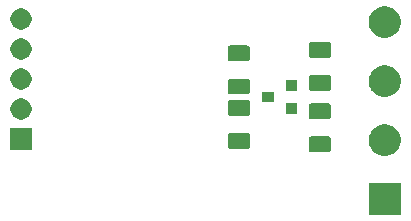
<source format=gbr>
G04 #@! TF.GenerationSoftware,KiCad,Pcbnew,(5.1.5)-3*
G04 #@! TF.CreationDate,2020-03-21T18:19:31+03:00*
G04 #@! TF.ProjectId,CAN+Power v0.1,43414e2b-506f-4776-9572-2076302e312e,rev?*
G04 #@! TF.SameCoordinates,Original*
G04 #@! TF.FileFunction,Soldermask,Bot*
G04 #@! TF.FilePolarity,Negative*
%FSLAX46Y46*%
G04 Gerber Fmt 4.6, Leading zero omitted, Abs format (unit mm)*
G04 Created by KiCad (PCBNEW (5.1.5)-3) date 2020-03-21 18:19:31*
%MOMM*%
%LPD*%
G04 APERTURE LIST*
%ADD10C,0.100000*%
G04 APERTURE END LIST*
D10*
G36*
X155551000Y-94451000D02*
G01*
X152849000Y-94451000D01*
X152849000Y-91749000D01*
X155551000Y-91749000D01*
X155551000Y-94451000D01*
G37*
G36*
X154594072Y-86800918D02*
G01*
X154839939Y-86902759D01*
X154951328Y-86977187D01*
X155061211Y-87050609D01*
X155249391Y-87238789D01*
X155397242Y-87460063D01*
X155499082Y-87705928D01*
X155551000Y-87966937D01*
X155551000Y-88233063D01*
X155499082Y-88494072D01*
X155397242Y-88739937D01*
X155278029Y-88918352D01*
X155249390Y-88961212D01*
X155061212Y-89149390D01*
X154839939Y-89297241D01*
X154839938Y-89297242D01*
X154839937Y-89297242D01*
X154594072Y-89399082D01*
X154333063Y-89451000D01*
X154066937Y-89451000D01*
X153805928Y-89399082D01*
X153560063Y-89297242D01*
X153560062Y-89297242D01*
X153560061Y-89297241D01*
X153338788Y-89149390D01*
X153150610Y-88961212D01*
X153121972Y-88918352D01*
X153002758Y-88739937D01*
X152900918Y-88494072D01*
X152849000Y-88233063D01*
X152849000Y-87966937D01*
X152900918Y-87705928D01*
X153002758Y-87460063D01*
X153150609Y-87238789D01*
X153338789Y-87050609D01*
X153448672Y-86977187D01*
X153560061Y-86902759D01*
X153805928Y-86800918D01*
X154066937Y-86749000D01*
X154333063Y-86749000D01*
X154594072Y-86800918D01*
G37*
G36*
X149468604Y-87788347D02*
G01*
X149505144Y-87799432D01*
X149538821Y-87817433D01*
X149568341Y-87841659D01*
X149592567Y-87871179D01*
X149610568Y-87904856D01*
X149621653Y-87941396D01*
X149626000Y-87985538D01*
X149626000Y-88934462D01*
X149621653Y-88978604D01*
X149610568Y-89015144D01*
X149592567Y-89048821D01*
X149568341Y-89078341D01*
X149538821Y-89102567D01*
X149505144Y-89120568D01*
X149468604Y-89131653D01*
X149424462Y-89136000D01*
X147975538Y-89136000D01*
X147931396Y-89131653D01*
X147894856Y-89120568D01*
X147861179Y-89102567D01*
X147831659Y-89078341D01*
X147807433Y-89048821D01*
X147789432Y-89015144D01*
X147778347Y-88978604D01*
X147774000Y-88934462D01*
X147774000Y-87985538D01*
X147778347Y-87941396D01*
X147789432Y-87904856D01*
X147807433Y-87871179D01*
X147831659Y-87841659D01*
X147861179Y-87817433D01*
X147894856Y-87799432D01*
X147931396Y-87788347D01*
X147975538Y-87784000D01*
X149424462Y-87784000D01*
X149468604Y-87788347D01*
G37*
G36*
X124301000Y-88901000D02*
G01*
X122499000Y-88901000D01*
X122499000Y-87099000D01*
X124301000Y-87099000D01*
X124301000Y-88901000D01*
G37*
G36*
X142618604Y-87488347D02*
G01*
X142655144Y-87499432D01*
X142688821Y-87517433D01*
X142718341Y-87541659D01*
X142742567Y-87571179D01*
X142760568Y-87604856D01*
X142771653Y-87641396D01*
X142776000Y-87685538D01*
X142776000Y-88634462D01*
X142771653Y-88678604D01*
X142760568Y-88715144D01*
X142742567Y-88748821D01*
X142718341Y-88778341D01*
X142688821Y-88802567D01*
X142655144Y-88820568D01*
X142618604Y-88831653D01*
X142574462Y-88836000D01*
X141125538Y-88836000D01*
X141081396Y-88831653D01*
X141044856Y-88820568D01*
X141011179Y-88802567D01*
X140981659Y-88778341D01*
X140957433Y-88748821D01*
X140939432Y-88715144D01*
X140928347Y-88678604D01*
X140924000Y-88634462D01*
X140924000Y-87685538D01*
X140928347Y-87641396D01*
X140939432Y-87604856D01*
X140957433Y-87571179D01*
X140981659Y-87541659D01*
X141011179Y-87517433D01*
X141044856Y-87499432D01*
X141081396Y-87488347D01*
X141125538Y-87484000D01*
X142574462Y-87484000D01*
X142618604Y-87488347D01*
G37*
G36*
X123513512Y-84563927D02*
G01*
X123662812Y-84593624D01*
X123826784Y-84661544D01*
X123974354Y-84760147D01*
X124099853Y-84885646D01*
X124198456Y-85033216D01*
X124266376Y-85197188D01*
X124301000Y-85371259D01*
X124301000Y-85548741D01*
X124266376Y-85722812D01*
X124198456Y-85886784D01*
X124099853Y-86034354D01*
X123974354Y-86159853D01*
X123826784Y-86258456D01*
X123662812Y-86326376D01*
X123513512Y-86356073D01*
X123488742Y-86361000D01*
X123311258Y-86361000D01*
X123286488Y-86356073D01*
X123137188Y-86326376D01*
X122973216Y-86258456D01*
X122825646Y-86159853D01*
X122700147Y-86034354D01*
X122601544Y-85886784D01*
X122533624Y-85722812D01*
X122499000Y-85548741D01*
X122499000Y-85371259D01*
X122533624Y-85197188D01*
X122601544Y-85033216D01*
X122700147Y-84885646D01*
X122825646Y-84760147D01*
X122973216Y-84661544D01*
X123137188Y-84593624D01*
X123286488Y-84563927D01*
X123311258Y-84559000D01*
X123488742Y-84559000D01*
X123513512Y-84563927D01*
G37*
G36*
X149468604Y-84988347D02*
G01*
X149505144Y-84999432D01*
X149538821Y-85017433D01*
X149568341Y-85041659D01*
X149592567Y-85071179D01*
X149610568Y-85104856D01*
X149621653Y-85141396D01*
X149626000Y-85185538D01*
X149626000Y-86134462D01*
X149621653Y-86178604D01*
X149610568Y-86215144D01*
X149592567Y-86248821D01*
X149568341Y-86278341D01*
X149538821Y-86302567D01*
X149505144Y-86320568D01*
X149468604Y-86331653D01*
X149424462Y-86336000D01*
X147975538Y-86336000D01*
X147931396Y-86331653D01*
X147894856Y-86320568D01*
X147861179Y-86302567D01*
X147831659Y-86278341D01*
X147807433Y-86248821D01*
X147789432Y-86215144D01*
X147778347Y-86178604D01*
X147774000Y-86134462D01*
X147774000Y-85185538D01*
X147778347Y-85141396D01*
X147789432Y-85104856D01*
X147807433Y-85071179D01*
X147831659Y-85041659D01*
X147861179Y-85017433D01*
X147894856Y-84999432D01*
X147931396Y-84988347D01*
X147975538Y-84984000D01*
X149424462Y-84984000D01*
X149468604Y-84988347D01*
G37*
G36*
X142618604Y-84688347D02*
G01*
X142655144Y-84699432D01*
X142688821Y-84717433D01*
X142718341Y-84741659D01*
X142742567Y-84771179D01*
X142760568Y-84804856D01*
X142771653Y-84841396D01*
X142776000Y-84885538D01*
X142776000Y-85834462D01*
X142771653Y-85878604D01*
X142760568Y-85915144D01*
X142742567Y-85948821D01*
X142718341Y-85978341D01*
X142688821Y-86002567D01*
X142655144Y-86020568D01*
X142618604Y-86031653D01*
X142574462Y-86036000D01*
X141125538Y-86036000D01*
X141081396Y-86031653D01*
X141044856Y-86020568D01*
X141011179Y-86002567D01*
X140981659Y-85978341D01*
X140957433Y-85948821D01*
X140939432Y-85915144D01*
X140928347Y-85878604D01*
X140924000Y-85834462D01*
X140924000Y-84885538D01*
X140928347Y-84841396D01*
X140939432Y-84804856D01*
X140957433Y-84771179D01*
X140981659Y-84741659D01*
X141011179Y-84717433D01*
X141044856Y-84699432D01*
X141081396Y-84688347D01*
X141125538Y-84684000D01*
X142574462Y-84684000D01*
X142618604Y-84688347D01*
G37*
G36*
X146801000Y-85851000D02*
G01*
X145799000Y-85851000D01*
X145799000Y-84949000D01*
X146801000Y-84949000D01*
X146801000Y-85851000D01*
G37*
G36*
X144801000Y-84901000D02*
G01*
X143799000Y-84901000D01*
X143799000Y-83999000D01*
X144801000Y-83999000D01*
X144801000Y-84901000D01*
G37*
G36*
X154594072Y-81800918D02*
G01*
X154839939Y-81902759D01*
X154951328Y-81977187D01*
X155061211Y-82050609D01*
X155249391Y-82238789D01*
X155397242Y-82460063D01*
X155499082Y-82705928D01*
X155551000Y-82966937D01*
X155551000Y-83233063D01*
X155499082Y-83494072D01*
X155446983Y-83619852D01*
X155397241Y-83739939D01*
X155343077Y-83821000D01*
X155249391Y-83961211D01*
X155061211Y-84149391D01*
X155017884Y-84178341D01*
X154839939Y-84297241D01*
X154839938Y-84297242D01*
X154839937Y-84297242D01*
X154594072Y-84399082D01*
X154333063Y-84451000D01*
X154066937Y-84451000D01*
X153805928Y-84399082D01*
X153560063Y-84297242D01*
X153560062Y-84297242D01*
X153560061Y-84297241D01*
X153382116Y-84178341D01*
X153338789Y-84149391D01*
X153150609Y-83961211D01*
X153056923Y-83821000D01*
X153002759Y-83739939D01*
X152953018Y-83619852D01*
X152900918Y-83494072D01*
X152849000Y-83233063D01*
X152849000Y-82966937D01*
X152900918Y-82705928D01*
X153002758Y-82460063D01*
X153150609Y-82238789D01*
X153338789Y-82050609D01*
X153448672Y-81977187D01*
X153560061Y-81902759D01*
X153805928Y-81800918D01*
X154066937Y-81749000D01*
X154333063Y-81749000D01*
X154594072Y-81800918D01*
G37*
G36*
X142618604Y-82888347D02*
G01*
X142655144Y-82899432D01*
X142688821Y-82917433D01*
X142718341Y-82941659D01*
X142742567Y-82971179D01*
X142760568Y-83004856D01*
X142771653Y-83041396D01*
X142776000Y-83085538D01*
X142776000Y-84034462D01*
X142771653Y-84078604D01*
X142760568Y-84115144D01*
X142742567Y-84148821D01*
X142718341Y-84178341D01*
X142688821Y-84202567D01*
X142655144Y-84220568D01*
X142618604Y-84231653D01*
X142574462Y-84236000D01*
X141125538Y-84236000D01*
X141081396Y-84231653D01*
X141044856Y-84220568D01*
X141011179Y-84202567D01*
X140981659Y-84178341D01*
X140957433Y-84148821D01*
X140939432Y-84115144D01*
X140928347Y-84078604D01*
X140924000Y-84034462D01*
X140924000Y-83085538D01*
X140928347Y-83041396D01*
X140939432Y-83004856D01*
X140957433Y-82971179D01*
X140981659Y-82941659D01*
X141011179Y-82917433D01*
X141044856Y-82899432D01*
X141081396Y-82888347D01*
X141125538Y-82884000D01*
X142574462Y-82884000D01*
X142618604Y-82888347D01*
G37*
G36*
X146801000Y-83951000D02*
G01*
X145799000Y-83951000D01*
X145799000Y-83049000D01*
X146801000Y-83049000D01*
X146801000Y-83951000D01*
G37*
G36*
X149468604Y-82588347D02*
G01*
X149505144Y-82599432D01*
X149538821Y-82617433D01*
X149568341Y-82641659D01*
X149592567Y-82671179D01*
X149610568Y-82704856D01*
X149621653Y-82741396D01*
X149626000Y-82785538D01*
X149626000Y-83734462D01*
X149621653Y-83778604D01*
X149610568Y-83815144D01*
X149592567Y-83848821D01*
X149568341Y-83878341D01*
X149538821Y-83902567D01*
X149505144Y-83920568D01*
X149468604Y-83931653D01*
X149424462Y-83936000D01*
X147975538Y-83936000D01*
X147931396Y-83931653D01*
X147894856Y-83920568D01*
X147861179Y-83902567D01*
X147831659Y-83878341D01*
X147807433Y-83848821D01*
X147789432Y-83815144D01*
X147778347Y-83778604D01*
X147774000Y-83734462D01*
X147774000Y-82785538D01*
X147778347Y-82741396D01*
X147789432Y-82704856D01*
X147807433Y-82671179D01*
X147831659Y-82641659D01*
X147861179Y-82617433D01*
X147894856Y-82599432D01*
X147931396Y-82588347D01*
X147975538Y-82584000D01*
X149424462Y-82584000D01*
X149468604Y-82588347D01*
G37*
G36*
X123513512Y-82023927D02*
G01*
X123662812Y-82053624D01*
X123826784Y-82121544D01*
X123974354Y-82220147D01*
X124099853Y-82345646D01*
X124198456Y-82493216D01*
X124266376Y-82657188D01*
X124301000Y-82831259D01*
X124301000Y-83008741D01*
X124266376Y-83182812D01*
X124198456Y-83346784D01*
X124099853Y-83494354D01*
X123974354Y-83619853D01*
X123826784Y-83718456D01*
X123662812Y-83786376D01*
X123518182Y-83815144D01*
X123488742Y-83821000D01*
X123311258Y-83821000D01*
X123281818Y-83815144D01*
X123137188Y-83786376D01*
X122973216Y-83718456D01*
X122825646Y-83619853D01*
X122700147Y-83494354D01*
X122601544Y-83346784D01*
X122533624Y-83182812D01*
X122499000Y-83008741D01*
X122499000Y-82831259D01*
X122533624Y-82657188D01*
X122601544Y-82493216D01*
X122700147Y-82345646D01*
X122825646Y-82220147D01*
X122973216Y-82121544D01*
X123137188Y-82053624D01*
X123286488Y-82023927D01*
X123311258Y-82019000D01*
X123488742Y-82019000D01*
X123513512Y-82023927D01*
G37*
G36*
X142618604Y-80088347D02*
G01*
X142655144Y-80099432D01*
X142688821Y-80117433D01*
X142718341Y-80141659D01*
X142742567Y-80171179D01*
X142760568Y-80204856D01*
X142771653Y-80241396D01*
X142776000Y-80285538D01*
X142776000Y-81234462D01*
X142771653Y-81278604D01*
X142760568Y-81315144D01*
X142742567Y-81348821D01*
X142718341Y-81378341D01*
X142688821Y-81402567D01*
X142655144Y-81420568D01*
X142618604Y-81431653D01*
X142574462Y-81436000D01*
X141125538Y-81436000D01*
X141081396Y-81431653D01*
X141044856Y-81420568D01*
X141011179Y-81402567D01*
X140981659Y-81378341D01*
X140957433Y-81348821D01*
X140939432Y-81315144D01*
X140928347Y-81278604D01*
X140924000Y-81234462D01*
X140924000Y-80285538D01*
X140928347Y-80241396D01*
X140939432Y-80204856D01*
X140957433Y-80171179D01*
X140981659Y-80141659D01*
X141011179Y-80117433D01*
X141044856Y-80099432D01*
X141081396Y-80088347D01*
X141125538Y-80084000D01*
X142574462Y-80084000D01*
X142618604Y-80088347D01*
G37*
G36*
X123513512Y-79483927D02*
G01*
X123662812Y-79513624D01*
X123826784Y-79581544D01*
X123974354Y-79680147D01*
X124099853Y-79805646D01*
X124198456Y-79953216D01*
X124266376Y-80117188D01*
X124301000Y-80291259D01*
X124301000Y-80468741D01*
X124266376Y-80642812D01*
X124198456Y-80806784D01*
X124099853Y-80954354D01*
X123974354Y-81079853D01*
X123826784Y-81178456D01*
X123662812Y-81246376D01*
X123513512Y-81276073D01*
X123488742Y-81281000D01*
X123311258Y-81281000D01*
X123286488Y-81276073D01*
X123137188Y-81246376D01*
X122973216Y-81178456D01*
X122825646Y-81079853D01*
X122700147Y-80954354D01*
X122601544Y-80806784D01*
X122533624Y-80642812D01*
X122499000Y-80468741D01*
X122499000Y-80291259D01*
X122533624Y-80117188D01*
X122601544Y-79953216D01*
X122700147Y-79805646D01*
X122825646Y-79680147D01*
X122973216Y-79581544D01*
X123137188Y-79513624D01*
X123286488Y-79483927D01*
X123311258Y-79479000D01*
X123488742Y-79479000D01*
X123513512Y-79483927D01*
G37*
G36*
X149468604Y-79788347D02*
G01*
X149505144Y-79799432D01*
X149538821Y-79817433D01*
X149568341Y-79841659D01*
X149592567Y-79871179D01*
X149610568Y-79904856D01*
X149621653Y-79941396D01*
X149626000Y-79985538D01*
X149626000Y-80934462D01*
X149621653Y-80978604D01*
X149610568Y-81015144D01*
X149592567Y-81048821D01*
X149568341Y-81078341D01*
X149538821Y-81102567D01*
X149505144Y-81120568D01*
X149468604Y-81131653D01*
X149424462Y-81136000D01*
X147975538Y-81136000D01*
X147931396Y-81131653D01*
X147894856Y-81120568D01*
X147861179Y-81102567D01*
X147831659Y-81078341D01*
X147807433Y-81048821D01*
X147789432Y-81015144D01*
X147778347Y-80978604D01*
X147774000Y-80934462D01*
X147774000Y-79985538D01*
X147778347Y-79941396D01*
X147789432Y-79904856D01*
X147807433Y-79871179D01*
X147831659Y-79841659D01*
X147861179Y-79817433D01*
X147894856Y-79799432D01*
X147931396Y-79788347D01*
X147975538Y-79784000D01*
X149424462Y-79784000D01*
X149468604Y-79788347D01*
G37*
G36*
X154594072Y-76800918D02*
G01*
X154839939Y-76902759D01*
X154894177Y-76939000D01*
X155061211Y-77050609D01*
X155249391Y-77238789D01*
X155397242Y-77460063D01*
X155499082Y-77705928D01*
X155551000Y-77966937D01*
X155551000Y-78233063D01*
X155499082Y-78494072D01*
X155439277Y-78638456D01*
X155397241Y-78739939D01*
X155249390Y-78961212D01*
X155061212Y-79149390D01*
X154839939Y-79297241D01*
X154839938Y-79297242D01*
X154839937Y-79297242D01*
X154594072Y-79399082D01*
X154333063Y-79451000D01*
X154066937Y-79451000D01*
X153805928Y-79399082D01*
X153560063Y-79297242D01*
X153560062Y-79297242D01*
X153560061Y-79297241D01*
X153338788Y-79149390D01*
X153150610Y-78961212D01*
X153002759Y-78739939D01*
X152960724Y-78638456D01*
X152900918Y-78494072D01*
X152849000Y-78233063D01*
X152849000Y-77966937D01*
X152900918Y-77705928D01*
X153002758Y-77460063D01*
X153150609Y-77238789D01*
X153338789Y-77050609D01*
X153505823Y-76939000D01*
X153560061Y-76902759D01*
X153805928Y-76800918D01*
X154066937Y-76749000D01*
X154333063Y-76749000D01*
X154594072Y-76800918D01*
G37*
G36*
X123513512Y-76943927D02*
G01*
X123662812Y-76973624D01*
X123826784Y-77041544D01*
X123974354Y-77140147D01*
X124099853Y-77265646D01*
X124198456Y-77413216D01*
X124266376Y-77577188D01*
X124301000Y-77751259D01*
X124301000Y-77928741D01*
X124266376Y-78102812D01*
X124198456Y-78266784D01*
X124099853Y-78414354D01*
X123974354Y-78539853D01*
X123826784Y-78638456D01*
X123662812Y-78706376D01*
X123513512Y-78736073D01*
X123488742Y-78741000D01*
X123311258Y-78741000D01*
X123286488Y-78736073D01*
X123137188Y-78706376D01*
X122973216Y-78638456D01*
X122825646Y-78539853D01*
X122700147Y-78414354D01*
X122601544Y-78266784D01*
X122533624Y-78102812D01*
X122499000Y-77928741D01*
X122499000Y-77751259D01*
X122533624Y-77577188D01*
X122601544Y-77413216D01*
X122700147Y-77265646D01*
X122825646Y-77140147D01*
X122973216Y-77041544D01*
X123137188Y-76973624D01*
X123286488Y-76943927D01*
X123311258Y-76939000D01*
X123488742Y-76939000D01*
X123513512Y-76943927D01*
G37*
M02*

</source>
